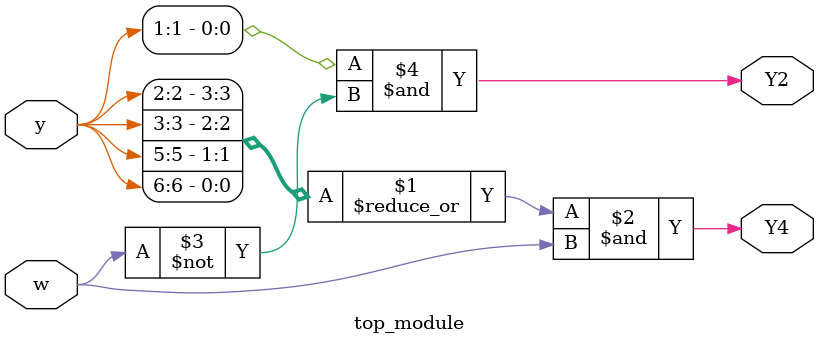
<source format=v>
module top_module (
    input [6:1] y,
    input w,
    output Y2,
    output Y4);

    assign Y4 = |{y[2], y[3], y[5], y[6]} & w; 
    assign Y2 = y[1] & ~w;

endmodule

</source>
